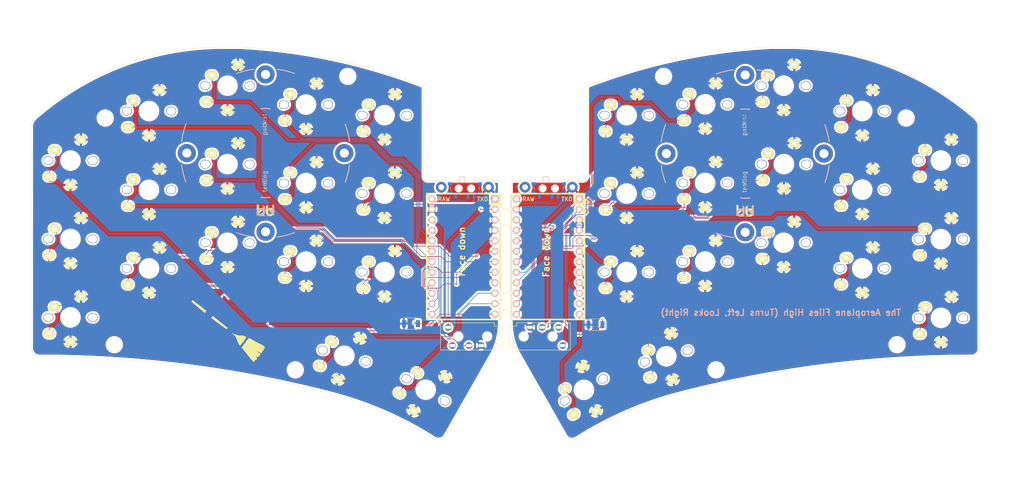
<source format=kicad_pcb>
(kicad_pcb (version 20211014) (generator pcbnew)
  (layers (0 "F.Cu" signal) (31 "B.Cu" signal) (34 "B.Paste" user) (35 "F.Paste" user) (36 "B.SilkS" user "B.Silkscreen") (37 "F.SilkS" user "F.Silkscreen") (38 "B.Mask" user) (39 "F.Mask" user) (44 "Edge.Cuts" user))
  (net 0 "")
  (net 1 "BT+")
  (net 2 "gnd")
  (net 3 "vcc")
  (net 4 "Switch18")
  (net 5 "reset")
  (net 6 "Switch1")
  (net 7 "Switch2")
  (net 8 "Switch3")
  (net 9 "Switch4")
  (net 10 "Switch5")
  (net 11 "Switch6")
  (net 12 "Switch7")
  (net 13 "Switch8")
  (net 14 "Switch9")
  (net 15 "Switch10")
  (net 16 "Switch11")
  (net 17 "Switch12")
  (net 18 "Switch13")
  (net 19 "Switch14")
  (net 20 "Switch15")
  (net 21 "Switch16")
  (net 22 "Switch17")
  (net 23 "raw")
  (net 24 "BT+_r")
  (net 25 "Switch18_r")
  (net 26 "reset_r")
  (net 27 "Switch9_r")
  (net 28 "Switch10_r")
  (net 29 "Switch11_r")
  (net 30 "Switch12_r")
  (net 31 "Switch13_r")
  (net 32 "Switch14_r")
  (net 33 "Switch15_r")
  (net 34 "Switch16_r")
  (net 35 "Switch17_r")
  (net 36 "Switch1_r")
  (net 37 "Switch2_r")
  (net 38 "Switch3_r")
  (net 39 "Switch4_r")
  (net 40 "Switch5_r")
  (net 41 "Switch6_r")
  (net 42 "Switch7_r")
  (net 43 "Switch8_r")
  (footprint "Connector_Pin:Pin_D1.4mm_L8.5mm_W2.8mm_FlatFork" (layer "F.Cu") (at 146.1602 83.45)
    (fp_text reference "BatGND1")
    (fp_text value "MountingHole_Pad")
  )
  (footprint "Connector_Pin:Pin_D1.4mm_L8.5mm_W2.8mm_FlatFork" (layer "F.Cu") (at 134.7302 83.45)
    (fp_text reference "Bat+1")
    (fp_text value "MountingHole_Pad")
  )
  (footprint "kbd:CherryMX_Choc_1u" (layer "F.Cu") (at 45 77)
    (fp_text reference "SW2" hide)
    (fp_text value "SW_Push" hide)
  )
  (footprint "kbd:CherryMX_Choc_1u" (layer "F.Cu") (at 64 65)
    (fp_text reference "SW3" hide)
    (fp_text value "SW_Push" hide)
  )
  (footprint "kbd:CherryMX_Choc_1u" (layer "F.Cu") (at 83 58.86)
    (fp_text reference "SW4" hide)
    (fp_text value "SW_Push" hide)
  )
  (footprint "kbd:CherryMX_Choc_1u" (layer "F.Cu") (at 101.994 63.432)
    (fp_text reference "SW5" hide)
    (fp_text value "SW_Push" hide)
  )
  (footprint "kbd:CherryMX_Choc_1u" (layer "F.Cu") (at 121 66)
    (fp_text reference "SW6" hide)
    (fp_text value "SW_Push" hide)
  )
  (footprint "kbd:CherryMX_Choc_1u" (layer "F.Cu") (at 45 96)
    (fp_text reference "SW8" hide)
    (fp_text value "SW_Push" hide)
  )
  (footprint "kbd:CherryMX_Choc_1u" (layer "F.Cu") (at 64 84.074)
    (fp_text reference "SW9" hide)
    (fp_text value "SW_Push" hide)
  )
  (footprint "kbd:CherryMX_Choc_1u" (layer "F.Cu") (at 83 77.878)
    (fp_text reference "SW10" hide)
    (fp_text value "SW_Push" hide)
  )
  (footprint "kbd:CherryMX_Choc_1u" (layer "F.Cu") (at 102 82.45)
    (fp_text reference "SW11" hide)
    (fp_text value "SW_Push" hide)
  )
  (footprint "kbd:CherryMX_Choc_1u" (layer "F.Cu") (at 120.98 84.99)
    (fp_text reference "SW12" hide)
    (fp_text value "SW_Push" hide)
  )
  (footprint "kbd:CherryMX_Choc_1u" (layer "F.Cu") (at 45 115)
    (fp_text reference "SW14" hide)
    (fp_text value "SW_Push" hide)
  )
  (footprint "kbd:CherryMX_Choc_1u" (layer "F.Cu") (at 64.008 103.124)
    (fp_text reference "SW15" hide)
    (fp_text value "SW_Push" hide)
  )
  (footprint "kbd:CherryMX_Choc_1u" (layer "F.Cu") (at 83 96.896)
    (fp_text reference "SW16" hide)
    (fp_text value "SW_Push" hide)
  )
  (footprint "kbd:CherryMX_Choc_1u" (layer "F.Cu") (at 102 101.468)
    (fp_text reference "SW17" hide)
    (fp_text value "SW_Push" hide)
  )
  (footprint "kbd:CherryMX_Choc_1u" (layer "F.Cu") (at 130.95 132.504 -30)
    (fp_text reference "SW20" hide)
    (fp_text value "SW_Push" hide)
  )
  (footprint "kbd:CherryMX_Choc_1u" (layer "F.Cu") (at 111.272 124.288 -15)
    (fp_text reference "SW21" hide)
    (fp_text value "SW_Push" hide)
  )
  (footprint "kbd:Tenting_Puck2" (layer "F.Cu") (at 92.202 75.184)
    (fp_text reference "PUCK2")
    (fp_text value "Tenting Puck")
  )
  (footprint "Button_Switch_SMD:SW_SPST_B3U-1000P" (layer "F.Cu") (at 127.394 116.502)
    (fp_text reference "RSW1")
    (fp_text value "SW_Push")
  )
  (footprint "kbd:CherryMX_Choc_1u" (layer "F.Cu") (at 120.98 104.008)
    (fp_text reference "SW18" hide)
    (fp_text value "SW_Push" hide)
  )
  (footprint "Connector_Pin:Pin_D1.4mm_L8.5mm_W2.8mm_FlatFork" (layer "F.Cu") (at 166.43 83.45)
    (fp_text reference "BatGND4")
    (fp_text value "MountingHole_Pad")
  )
  (footprint "Button_Switch_SMD:SW_SPST_B3U-1000P" (layer "F.Cu") (at 172.0478 116.756)
    (fp_text reference "RSW2")
    (fp_text value "SW_Push")
  )
  (footprint "Connector_Pin:Pin_D1.4mm_L8.5mm_W2.8mm_FlatFork" (layer "F.Cu") (at 155 83.45)
    (fp_text reference "Bat+r1")
    (fp_text value "MountingHole_Pad")
  )
  (footprint "kbd:Tenting_Puck2" (layer "F.Cu") (at 208.2698 75.311)
    (fp_text reference "PUCK1")
    (fp_text value "Tenting Puck")
  )
  (footprint "env_extra:PJ-320A" (layer "F.Cu") (at 149.55 121.8 180)
    (fp_text reference "J1")
    (fp_text value "AudioJack4dpb")
  )
  (footprint "kbd:CherryMX_Choc_1u" (layer "F.Cu") (at 198.5858 82.418)
    (fp_text reference "SW11_r1" hide)
    (fp_text value "SW_Push" hide)
  )
  (footprint "kbd:CherryMX_Choc_1u" (layer "F.Cu") (at 236.6 103.1)
    (fp_text reference "SW15_r1" hide)
    (fp_text value "SW_Push" hide)
  )
  (footprint "kbd:CherryMX_Choc_1u" (layer "F.Cu") (at 217.5878 96.896)
    (fp_text reference "SW16_r1" hide)
    (fp_text value "SW_Push" hide)
  )
  (footprint "kbd:CherryMX_Choc_1u" (layer "F.Cu") (at 198.5858 63.368)
    (fp_text reference "SW5_r1" hide)
    (fp_text value "SW_Push" hide)
  )
  (footprint "kbd:CherryMX_Choc_1u" (layer "F.Cu") (at 236.6138 65)
    (fp_text reference "SW3_r1" hide)
    (fp_text value "SW_Push" hide)
  )
  (footprint "kbd:CherryMX_Choc_1u" (layer "F.Cu") (at 217.5878 58.86)
    (fp_text reference "SW4_r1" hide)
    (fp_text value "SW_Push" hide)
  )
  (footprint "kbd:CherryMX_Choc_1u" (layer "F.Cu") (at 255.6256 96.0374)
    (fp_text reference "SW8_r1" hide)
    (fp_text value "SW_Push" hide)
  )
  (footprint "kbd:CherryMX_Choc_1u" (layer "F.Cu") (at 236.6 84.05)
    (fp_text reference "SW9_r1" hide)
    (fp_text value "SW_Push" hide)
  )
  (footprint "kbd:CherryMX_Choc_1u" (layer "F.Cu") (at 179.5858 104.008)
    (fp_text reference "SW18_r1" hide)
    (fp_text value "SW_Push" hide)
  )
  (footprint "kbd:CherryMX_Choc_1u" (layer "F.Cu") (at 179.5858 84.99)
    (fp_text reference "SW12_r1" hide)
    (fp_text value "SW_Push" hide)
  )
  (footprint "kbd:CherryMX_Choc_1u" (layer "F.Cu") (at 255.6318 77)
    (fp_text reference "SW2_r1" hide)
    (fp_text value "SW_Push" hide)
  )
  (footprint "kbd:CherryMX_Choc_1u" (layer "F.Cu") (at 179.5858 66)
    (fp_text reference "SW6_r1" hide)
    (fp_text value "SW_Push" hide)
  )
  (footprint "kbd:CherryMX_Choc_1u" (layer "F.Cu") (at 198.5858 101.468)
    (fp_text reference "SW17_r1" hide)
    (fp_text value "SW_Push" hide)
  )
  (footprint "Duckyb-Parts:mouse-bite-5mm-slot-with-space-for-track" (layer "F.Cu") (at 150.241 90.678)
    (fp_text reference "mouse-bite-5mm-slot1" hide)
    (fp_text value "VAL**" hide)
  )
  (footprint "Duckyb-Parts:mouse-bite-5mm-slot-with-space-for-track" (layer "F.Cu") (at 150.241 111.1885)
    (fp_text reference "mouse-bite-5mm-slot2" hide)
    (fp_text value "VAL**" hide)
  )
  (footprint "env_extra:PJ-320A" (layer "F.Cu") (at 150.975 117.4)
    (fp_text reference "J2")
    (fp_text value "AudioJack4dpb")
  )
  (footprint "kbd:CherryMX_Choc_1u" (layer "F.Cu") (at 169.251 132.542 30)
    (fp_text reference "SW20_r1" hide)
    (fp_text value "SW_Push" hide)
  )
  (footprint "MountingHole:MountingHole_3.2mm_M3" (layer "F.Cu") (at 99.4 127.7)
    (fp_text reference "H4")
    (fp_text value "MountingHole")
  )
  (footprint "MountingHole:MountingHole_3.2mm_M3" (layer "F.Cu") (at 55.6 121.6)
    (fp_text reference "H1")
    (fp_text value "MountingHole")
  )
  (footprint "kbd:CherryMX_Choc_1u" (layer "F.Cu") (at 217.65 77.85)
    (fp_text reference "SW10_r1" hide)
    (fp_text value "SW_Push" hide)
  )
  (footprint "MountingHole:MountingHole_3.2mm_M3" (layer "F.Cu") (at 112.1 56.6)
    (fp_text reference "H2")
    (fp_text value "MountingHole")
  )
  (footprint "kbd:CherryMX_Choc_1u" (layer "F.Cu") (at 189.1798 124.41 15)
    (fp_text reference "SW21_r1" hide)
    (fp_text value "SW_Push" hide)
  )
  (footprint "Kailh:ferris_broom" (layer "F.Cu") (at 82.042 118.11 7)
    (fp_text reference "G***" hide)
    (fp_text value "LOGO" hide)
  )
  (footprint "kbd:CherryMX_Choc_1u" (layer "F.Cu") (at 255.65 115.1)
    (fp_text reference "SW14_r1" hide)
    (fp_text value "SW_Push" hide)
  )
  (footprint "MountingHole:MountingHole_3.2mm_M3" (layer "F.Cu") (at 53.4 66.7)
    (fp_text reference "H3")
    (fp_text value "MountingHole")
  )
  (footprint "Button_Switch_SMD:SW_SPDT_PCM12" (layer "B.Cu") (at 160.75 84.075)
    (fp_text reference "SW_POWERR1")
    (fp_text value "SW_SPDT")
  )
  (footprint "Button_Switch_SMD:SW_SPST_B3U-1000P" (layer "B.Cu") (at 127.394 116.502)
    (fp_text reference "RSW11")
    (fp_text value "SW_Push")
  )
  (footprint "Keebio-Parts:ArduinoProMicro-BackSide" (layer "B.Cu") (at 140.094 100.246 -90)
    (fp_text reference "U1" hide)
    (fp_text value "ProMicro-kbd" hide)
  )
  (footprint "Button_Switch_SMD:SW_SPDT_PCM12" (layer "B.Cu") (at 140.45 84.075)
    (fp_text reference "SW_POWER1")
    (fp_text value "SW_SPDT")
  )
  (footprint "Button_Switch_SMD:SW_SPST_B3U-1000P" (layer "B.Cu") (at 172.0478 116.756)
    (fp_text reference "RSW22")
    (fp_text value "SW_Push")
  )
  (footprint "Keebio-Parts:ArduinoProMicro-BackSide" (layer "B.Cu") (at 160.5178 100.246 -90)
    (fp_text reference "U2" hide)
    (fp_text value "ProMicro-kbd" hide)
  )
  (footprint "MountingHole:MountingHole_3.2mm_M3" (layer "B.Cu") (at 201.225 127.7 180)
    (fp_text reference "H7")
    (fp_text value "MountingHole")
  )
  (footprint "MountingHole:MountingHole_3.2mm_M3" (layer "B.Cu") (at 188.525 56.6 180)
    (fp_text reference "H5")
    (fp_text value "MountingHole")
  )
  (footprint "MountingHole:MountingHole_3.2mm_M3" (layer "B.Cu") (at 245.025 121.6 180)
    (fp_text reference "H8")
    (fp_text value "MountingHole")
  )
  (footprint "MountingHole:MountingHole_3.2mm_M3" (layer "B.Cu") (at 247.225 66.7 180)
    (fp_text reference "H6")
    (fp_text value "MountingHole")
  )
  (gr_arc (start 148.162 81.866) (mid 148.69233 82.08567) (end 148.912 82.616) (layer "Edge.Cuts") (width 0.05))
  (gr_line (start 148.912 93.218) (end 148.912 101.262) (layer "Edge.Cuts") (width 0.05))
  (gr_line (start 131.458 81.868917) (end 148.162 81.866) (layer "Edge.Cuts") (width 0.05))
  (gr_line (start 147.161679 123.613657) (end 135.71 143.699265) (layer "Edge.Cuts") (width 0.05))
  (gr_arc (start 148.924 116.248) (mid 148.462831 120.031316) (end 147.161679 123.613657) (layer "Edge.Cuts") (width 0.05))
  (gr_line (start 148.912 82.616) (end 148.924 88.11) (layer "Edge.Cuts") (width 0.05))
  (gr_line (start 149.2885 88.11) (end 148.924 88.11) (layer "Edge.Cuts") (width 0.05))
  (gr_line (start 149.2885 93.218) (end 148.912 93.218) (layer "Edge.Cuts") (width 0.05))
  (gr_line (start 149.2885 108.628) (end 148.924 108.628) (layer "Edge.Cuts") (width 0.05))
  (gr_line (start 149.2885 113.7285) (end 148.912 113.7285) (layer "Edge.Cuts") (width 0.05))
  (gr_line (start 148.912 101.262) (end 148.924 108.628) (layer "Edge.Cuts") (width 0.05))
  (gr_line (start 148.912 113.7285) (end 148.924 116.248) (layer "Edge.Cuts") (width 0.05))
  (gr_arc (start 131.458 81.868917) (mid 130.750893 81.576024) (end 130.458 80.868917) (layer "Edge.Cuts") (width 0.05))
  (gr_line (start 130.458 80.868917) (end 130.463 59.473) (layer "Edge.Cuts") (width 0.05))
  (gr_arc (start 35.465859 68.23732) (mid 36.022742 67.119147) (end 36.893 66.223) (layer "Edge.Cuts") (width 0.05))
  (gr_arc (start 85.843227 49.463504) (mid 108.303644 52.385453) (end 130.028245 58.79247) (layer "Edge.Cuts") (width 0.05))
  (gr_line (start 37.768 124.474571) (end 37.493002 124.473917) (layer "Edge.Cuts") (width 0.05))
  (gr_arc (start 107.797707 133.384137) (mid 120.821222 137.841207) (end 132.978 144.298) (layer "Edge.Cuts") (width 0.05))
  (gr_arc (start 37.768 124.474571) (mid 73.062876 126.72836) (end 107.797707 133.384137) (layer "Edge.Cuts") (width 0.05))
  (gr_arc (start 37.493002 124.473917) (mid 36.080534 123.924716) (end 35.458001 122.542999) (layer "Edge.Cuts") (width 0.05))
  (gr_arc (start 135.71 143.699265) (mid 134.468995 144.56898) (end 132.978 144.298) (layer "Edge.Cuts") (width 0.05))
  (gr_arc (start 130.028245 58.79247) (mid 130.345034 59.069226) (end 130.463 59.473) (layer "Edge.Cuts") (width 0.05))
  (gr_line (start 35.465859 68.23732) (end 35.458001 122.542999) (layer "Edge.Cuts") (width 0.05))
  (gr_line (start 85.843227 49.463504) (end 81.868 49.468) (layer "Edge.Cuts") (width 0.05))
  (gr_arc (start 36.893 66.223) (mid 57.870705 53.792798) (end 81.868 49.468) (layer "Edge.Cuts") (width 0.05))
  (gr_line (start 168.99984 81.868917) (end 152.29584 81.866) (layer "Edge.Cuts") (width 0.05))
  (gr_line (start 151.54584 113.7285) (end 151.53384 116.248) (layer "Edge.Cuts") (width 0.05))
  (gr_line (start 153.280536 123.57215) (end 164.74784 143.699265) (layer "Edge.Cuts") (width 0.05))
  (gr_line (start 264.991981 68.23732) (end 264.999839 122.542999) (layer "Edge.Cuts") (width 0.05))
  (gr_line (start 214.614716 49.465561) (end 218.58984 49.468) (layer "Edge.Cuts") (width 0.05))
  (gr_line (start 151.54584 101.262) (end 151.53384 108.628) (layer "Edge.Cuts") (width 0.05))
  (gr_arc (start 151.54584 82.616) (mid 151.76551 82.08567) (end 152.29584 81.866) (layer "Edge.Cuts") (width 0.05))
  (gr_line (start 151.54584 93.218) (end 151.54584 101.262) (layer "Edge.Cuts") (width 0.05))
  (gr_arc (start 167.47984 144.298) (mid 179.636498 137.840747) (end 192.659669 133.38233) (layer "Edge.Cuts") (width 0.05))
  (gr_arc (start 218.58984 49.468) (mid 242.587135 53.792799) (end 263.56484 66.223) (layer "Edge.Cuts") (width 0.05))
  (gr_arc (start 192.659669 133.38233) (mid 227.394847 126.727903) (end 262.68984 124.474571) (layer "Edge.Cuts") (width 0.05))
  (gr_arc (start 167.47984 144.298) (mid 165.988845 144.56898) (end 164.74784 143.699265) (layer "Edge.Cuts") (width 0.05))
  (gr_arc (start 153.280536 123.57215) (mid 151.990927 120.009347) (end 151.53384 116.248) (layer "Edge.Cuts") (width 0.05))
  (gr_line (start 151.54584 82.616) (end 151.53384 88.11) (layer "Edge.Cuts") (width 0.05))
  (gr_arc (start 169.99984 80.868917) (mid 169.706947 81.576024) (end 168.99984 81.868917) (layer "Edge.Cuts") (width 0.05))
  (gr_line (start 169.99984 80.868917) (end 169.99484 59.473) (layer "Edge.Cuts") (width 0.05))
  (gr_arc (start 263.56484 66.223) (mid 264.435098 67.119147) (end 264.991981 68.23732) (layer "Edge.Cuts") (width 0.05))
  (gr_arc (start 170.429595 58.79247) (mid 192.154223 52.385977) (end 214.614716 49.465561) (layer "Edge.Cuts") (width 0.05))
  (gr_line (start 262.68984 124.474571) (end 262.964838 124.473917) (layer "Edge.Cuts") (width 0.05))
  (gr_arc (start 264.999839 122.542999) (mid 264.377307 123.924717) (end 262.964838 124.473917) (layer "Edge.Cuts") (width 0.05))
  (gr_arc (start 169.99484 59.473) (mid 170.112806 59.069226) (end 170.429595 58.79247) (layer "Edge.Cuts") (width 0.05))
  (gr_line (start 151.53384 88.11) (end 151.1935 88.11) (layer "Edge.Cuts") (width 0.05))
  (gr_line (start 151.54584 93.218) (end 151.1935 93.218) (layer "Edge.Cuts") (width 0.05))
  (gr_arc (start 149.288501 113.7285) (mid 150.241 113.083627) (end 151.193499 113.728501) (layer "Edge.Cuts") (width 0.05))
  (gr_line (start 151.53384 108.628) (end 151.1935 108.628) (layer "Edge.Cuts") (width 0.05))
  (gr_arc (start 149.288501 93.218) (mid 150.241 92.573127) (end 151.193499 93.218001) (layer "Edge.Cuts") (width 0.05))
  (gr_line (start 151.54584 113.7285) (end 151.1935 113.7285) (layer "Edge.Cuts") (width 0.05))
  (gr_arc (start 151.193499 108.628) (mid 150.241 109.285937) (end 149.288501 108.627999) (layer "Edge.Cuts") (width 0.05))
  (gr_arc (start 151.193499 88.11) (mid 150.241 88.772807) (end 149.288501 88.109999) (layer "Edge.Cuts") (width 0.05))
  (gr_text "The Aeroplane Flies High (Turns Left, Looks Right)" (at 216.91 113.8) (layer "B.SilkS") (effects (font (size 1.5 1.5) (thickness 0.3)) (justify mirror)))
  (gr_text "Face down" (at 160.10984 99.23 90) (layer "F.SilkS") (effects (font (size 1.5 1.5) (thickness 0.3))))
  (gr_text "Face down" (at 139.7 99.06 90) (layer "F.SilkS") (effects (font (size 1.5 1.5) (thickness 0.3))))
  (segment (start 141.2 85.505) (end 141.2 86.0525) (width 0.15) (layer "B.Cu") (net 1))
  (segment (start 141.2 86.0525) (end 140.5525 86.7) (width 0.15) (layer "B.Cu") (net 1))
  (segment (start 134.7302 85.288477) (end 134.7302 83.45) (width 0.15) (layer "B.Cu") (net 1))
  (segment (start 136.141723 86.7) (end 134.7302 85.288477) (width 0.15) (layer "B.Cu") (net 1))
  (segment (start 140.5525 86.7) (end 136.141723 86.7) (width 0.15) (layer "B.Cu") (net 1))
  (via (at 164.15 91.375) (size 0.4) (drill 0.2) (layers "F.Cu" "B.Cu") (net 2))
  (via (at 166.325 93.6) (size 0.4) (drill 0.2) (layers "F.Cu" "B.Cu") (net 2))
  (via (at 169.45 93.075) (size 0.4) (drill 0.2) (layers "F.Cu" "B.Cu") (net 2))
  (via (at 170.3478 115.55) (size 0.4) (drill 0.2) (layers "F.Cu" "B.Cu") (net 2))
  (via (at 126.5001 115.9294) (size 0.4) (drill 0.2) (layers "F.Cu" "B.Cu") (net 2))
  (via (at 169.575 90.925) (size 0.4) (drill 0.2) (layers "F.Cu" "B.Cu") (net 2))
  (segment (start 126.3691 116.0604) (end 126.3691 116.502) (width 0.15) (layer "B.Cu") (net 2))
  (segment (start 126.5001 115.9294) (end 126.3691 116.0604) (width 0.15) (layer "B.Cu") (net 2))
  (segment (start 170.3478 115.55) (end 170.3478 116.756) (width 0.15) (layer "B.Cu") (net 2))
  (segment (start 125.694 116.502) (end 126.3691 116.502) (width 0.15) (layer "B.Cu") (net 2))
  (segment (start 136.4 120.2) (end 137.725 120.2) (width 0.15) (layer "F.Cu") (net 3))
  (segment (start 137.725 120.2) (end 139.325 121.8) (width 0.15) (layer "F.Cu") (net 3))
  (segment (start 153.3938 93.4) (end 152.8978 93.896) (width 0.15) (layer "F.Cu") (net 3))
  (segment (start 134.05 115.575) (end 134.525 116.05) (width 0.15) (layer "F.Cu") (net 3))
  (segment (start 139.325 121.8) (end 141.4 121.8) (width 0.15) (layer "F.Cu") (net 3))
  (segment (start 134.525 116.05) (end 134.525 118.325) (width 0.15) (layer "F.Cu") (net 3))
  (segment (start 161.275 93.4) (end 153.3938 93.4) (width 0.15) (layer "F.Cu") (net 3))
  (segment (start 134.525 118.325) (end 136.4 120.2) (width 0.15) (layer "F.Cu") (net 3))
  (via (at 161.275 93.4) (size 0.4) (drill 0.2) (layers "F.Cu" "B.Cu") (net 3))
  (via (at 134.05 115.575) (size 0.4) (drill 0.2) (layers "F.Cu" "B.Cu") (net 3))
  (segment (start 160.2897 94.562078) (end 161.275 93.576778) (width 0.15) (layer "B.Cu") (net 3))
  (segment (start 134.05 115.575) (end 134.4 115.225) (width 0.15) (layer "B.Cu") (net 3))
  (segment (start 134.1 103.075736) (end 134.4 103.375736) (width 0.15) (layer "B.Cu") (net 3))
  (segment (start 134.4 115.225) (end 134.4 103.375736) (width 0.15) (layer "B.Cu") (net 3))
  (segment (start 134.1 95.522) (end 134.1 103.075736) (width 0.15) (layer "B.Cu") (net 3))
  (segment (start 132.474 93.896) (end 134.1 95.522) (width 0.15) (layer "B.Cu") (net 3))
  (segment (start 161.275 93.576778) (end 161.275 93.4) (width 0.15) (layer "B.Cu") (net 3))
  (segment (start 159.125 117.4) (end 160.2897 116.2353) (width 0.15) (layer "B.Cu") (net 3))
  (segment (start 160.2897 116.2353) (end 160.2897 94.562078) (width 0.15) (layer "B.Cu") (net 3))
  (segment (start 147.714 88.816) (end 144.3106 88.816) (width 0.15) (layer "F.Cu") (net 4))
  (via (at 144.3106 88.816) (size 0.4) (drill 0.2) (layers "F.Cu" "B.Cu") (net 4))
  (segment (start 136.4 96.7266) (end 144.3106 88.816) (width 0.15) (layer "B.Cu") (net 4))
  (segment (start 136.4 117.4) (end 136.4 96.7266) (width 0.15) (layer "B.Cu") (net 4))
  (segment (start 129.094 116.502) (end 128.4189 116.502) (width 0.15) (layer "F.Cu") (net 5))
  (segment (start 128.4189 116.3792) (end 128.4189 116.502) (width 0.15) (layer "F.Cu") (net 5))
  (segment (start 128.2908 116.2511) (end 128.4189 116.3792) (width 0.15) (layer "F.Cu") (net 5))
  (via (at 128.2908 116.2511) (size 0.4) (drill 0.2) (layers "F.Cu" "B.Cu") (net 5))
  (segment (start 134.7 115.725) (end 134.7 93.582) (width 0.15) (layer "B.Cu") (net 5))
  (segment (start 128.4189 116.502) (end 128.4189 116.3792) (width 0.15) (layer "B.Cu") (net 5))
  (segment (start 128.7565 116.502) (end 129.094 116.502) (width 0.15) (layer "B.Cu") (net 5))
  (segment (start 134.7 93.582) (end 132.474 91.356) (width 0.15) (layer "B.Cu") (net 5))
  (segment (start 129.094 116.502) (end 133.923 116.502) (width 0.15) (layer "B.Cu") (net 5))
  (segment (start 128.7565 116.502) (end 128.4189 116.502) (width 0.15) (layer "B.Cu") (net 5))
  (segment (start 128.4189 116.3792) (end 128.2908 116.2511) (width 0.15) (layer "B.Cu") (net 5))
  (segment (start 133.923 116.502) (end 134.7 115.725) (width 0.15) (layer "B.Cu") (net 5))
  (segment (start 89 116.8) (end 66.9615 94.7615) (width 0.15) (layer "B.Cu") (net 6))
  (segment (start 41.19 74.46) (end 41.6 74.87) (width 0.15) (layer "B.Cu") (net 6))
  (segment (start 136.6 119.6) (end 119.4 119.6) (width 0.15) (layer "B.Cu") (net 6))
  (segment (start 138.8 114) (end 138.8 117.4) (width 0.15) (layer "B.Cu") (net 6))
  (segment (start 41.7251 82.1251) (end 39.9 82.1251) (width 0.15) (layer "B.Cu") (net 6))
  (segment (start 39.9 79.6749) (end 39.9 80.9) (width 0.15) (layer "B.Cu") (net 6))
  (segment (start 41.6 77.9749) (end 39.9 79.6749) (width 0.15) (layer "B.Cu") (net 6))
  (segment (start 41.6 74.87) (end 41.6 77.9749) (width 0.15) (layer "B.Cu") (net 6))
  (segment (start 116.6 116.8) (end 89 116.8) (width 0.15) (layer "B.Cu") (net 6))
  (segment (start 143.664 109.136) (end 138.8 114) (width 0.15) (layer "B.Cu") (net 6))
  (segment (start 66.9615 94.7615) (end 54.3615 94.7615) (width 0.15) (layer "B.Cu") (net 6))
  (segment (start 54.3615 94.7615) (end 41.7251 82.1251) (width 0.15) (layer "B.Cu") (net 6))
  (segment (start 39.9 82.1251) (end 39.9 80.9) (width 0.15) (layer "B.Cu") (net 6))
  (segment (start 138.8 117.4) (end 136.6 119.6) (width 0.15) (layer "B.Cu") (net 6))
  (segment (start 119.4 119.6) (end 116.6 116.8) (width 0.15) (layer "B.Cu") (net 6))
  (segment (start 147.714 109.136) (end 143.664 109.136) (width 0.15) (layer "B.Cu") (net 6))
  (segment (start 60.19 68.9) (end 60.8 68.29) (width 0.15) (layer "B.Cu") (net 7))
  (segment (start 90.6 71) (end 88.5 68.9) (width 0.15) (layer "B.Cu") (net 7))
  (segment (start 105.6 92.6) (end 100 92.6) (width 0.15) (layer "B.Cu") (net 7))
  (segment (start 60.8 64.2951) (end 60.19 63.6851) (width 0.15) (layer "B.Cu") (net 7))
  (segment (start 60.19 63.6851) (end 60.19 62.46) (width 0.15) (layer "B.Cu") (net 7))
  (segment (start 125 96) (end 109 96) (width 0.15) (layer "B.Cu") (net 7))
  (segment (start 88.5 68.9) (end 60.19 68.9) (width 0.15) (layer "B.Cu") (net 7))
  (segment (start 109 96) (end 105.6 92.6) (width 0.15) (layer "B.Cu") (net 7))
  (segment (start 90.6 83.2) (end 90.6 71) (width 0.15) (layer "B.Cu") (net 7))
  (segment (start 100 92.6) (end 90.6 83.2) (width 0.15) (layer "B.Cu") (net 7))
  (segment (start 128.4 99.4) (end 125 96) (width 0.15) (layer "B.Cu") (net 7))
  (segment (start 60.8 68.29) (end 60.8 64.2951) (width 0.15) (layer "B.Cu") (net 7))
  (segment (start 132.474 104.056) (end 128.4 99.982) (width 0.15) (layer "B.Cu") (net 7))
  (segment (start 60.19 68.9) (end 58.9 68.9) (width 0.15) (layer "B.Cu") (net 7))
  (segment (start 128.4 99.982) (end 128.4 99.4) (width 0.15) (layer "B.Cu") (net 7))
  (segment (start 129 80.848528) (end 129 98.042) (width 0.15) (layer "B.Cu") (net 8))
  (segment (start 125.351472 77.2) (end 129 80.848528) (width 0.15) (layer "B.Cu") (net 8))
  (segment (start 97.7 72.1) (end 117.251472 72.1) (width 0.15) (layer "B.Cu") (net 8))
  (segment (start 79.19 57.5451) (end 79.19 56.32) (width 0.15) (layer "B.Cu") (net 8))
  (segment (start 88.36 62.76) (end 97.7 72.1) (width 0.15) (layer "B.Cu") (net 8))
  (segment (start 77.9 62.76) (end 78.64 62.76) (width 0.15) (layer "B.Cu") (net 8))
  (segment (start 79.8 58.1551) (end 79.19 57.5451) (width 0.15) (layer "B.Cu") (net 8))
  (segment (start 77.9 62.76) (end 88.36 62.76) (width 0.15) (layer "B.Cu") (net 8))
  (segment (start 117.251472 72.1) (end 122.351472 77.2) (width 0.15) (layer "B.Cu") (net 8))
  (segment (start 129 98.042) (end 132.474 101.516) (width 0.15) (layer "B.Cu") (net 8))
  (segment (start 122.351472 77.2) (end 125.351472 77.2) (width 0.15) (layer "B.Cu") (net 8))
  (segment (start 78.64 62.76) (end 79.8 61.6) (width 0.15) (layer "B.Cu") (net 8))
  (segment (start 79.8 61.6) (end 79.8 58.1551) (width 0.15) (layer "B.Cu") (net 8))
  (segment (start 125.475736 76.9) (end 129.3 80.724264) (width 0.15) (layer "B.Cu") (net 9))
  (segment (start 98.6 64.4009) (end 98.6 61.308) (width 0.15) (layer "B.Cu") (net 9))
  (segment (start 98.6 61.308) (end 98.184 60.892) (width 0.15) (layer "B.Cu") (net 9))
  (segment (start 96.894 67.332) (end 96.894 67.7148) (width 0.15) (layer "B.Cu") (net 9))
  (segment (start 96.894 66.1069) (end 98.6 64.4009) (width 0.15) (layer "B.Cu") (net 9))
  (segment (start 96.894 67.332) (end 96.894 66.1069) (width 0.15) (layer "B.Cu") (net 9))
  (segment (start 122.475736 76.9) (end 125.475736 76.9) (width 0.15) (layer "B.Cu") (net 9))
  (segment (start 100.9792 71.8) (end 117.375736 71.8) (width 0.15) (layer "B.Cu") (net 9))
  (segment (start 96.894 67.7148) (end 100.9792 71.8) (width 0.15) (layer "B.Cu") (net 9))
  (segment (start 129.3 80.724264) (end 129.3 95.802) (width 0.15) (layer "B.Cu") (net 9))
  (segment (start 129.3 95.802) (end 132.474 98.976) (width 0.15) (layer "B.Cu") (net 9))
  (segment (start 117.375736 71.8) (end 122.475736 76.9) (width 0.15) (layer "B.Cu") (net 9))
  (segment (start 115.9 69.9) (end 115.9 68.6749) (width 0.15) (layer "B.Cu") (net 10))
  (segment (start 117.6 66.9749) (end 117.6 63.87) (width 0.15) (layer "B.Cu") (net 10))
  (segment (start 117.6 63.87) (end 117.19 63.46) (width 0.15) (layer "B.Cu") (net 10))
  (segment (start 115.9 68.6749) (end 117.6 66.9749) (width 0.15) (layer "B.Cu") (net 10))
  (segment (start 129.6 80.6) (end 125.6 76.6) (width 0.15) (layer "B.Cu") (net 10))
  (segment (start 122.6 76.6) (end 115.9 69.9) (width 0.15) (layer "B.Cu") (net 10))
  (segment (start 125.6 76.6) (end 122.6 76.6) (width 0.15) (layer "B.Cu") (net 10))
  (segment (start 132.474 96.436) (end 129.6 93.562) (width 0.15) (layer "B.Cu") (net 10))
  (segment (start 129.6 93.562) (end 129.6 80.6) (width 0.15) (layer "B.Cu") (net 10))
  (segment (start 39.75 100.05) (end 39.9 99.9) (width 0.15) (layer "F.Cu") (net 11))
  (segment (start 129.02 110.05) (end 128.15 110.05) (width 0.15) (layer "F.Cu") (net 11))
  (segment (start 50.45 110.7) (end 50.45 109.1) (width 0.15) (layer "F.Cu") (net 11))
  (segment (start 125.55 112.65) (end 98.524264 112.65) (width 0.15) (layer "F.Cu") (net 11))
  (segment (start 51.55 111.8) (end 50.45 110.7) (width 0.15) (layer "F.Cu") (net 11))
  (segment (start 75.075736 107.2) (end 70.475736 111.8) (width 0.15) (layer "F.Cu") (net 11))
  (segment (start 50.45 109.1) (end 46.95 105.6) (width 0.15) (layer "F.Cu") (net 11))
  (segment (start 93.074264 107.2) (end 75.075736 107.2) (width 0.15) (layer "F.Cu") (net 11))
  (segment (start 39.75 102.05) (end 39.75 100.05) (width 0.15) (layer "F.Cu") (net 11))
  (segment (start 132.474 106.596) (end 129.02 110.05) (width 0.15) (layer "F.Cu") (net 11))
  (segment (start 46.95 105.6) (end 43.3 105.6) (width 0.15) (layer "F.Cu") (net 11))
  (segment (start 128.15 110.05) (end 125.55 112.65) (width 0.15) (layer "F.Cu") (net 11))
  (segment (start 43.3 105.6) (end 39.75 102.05) (width 0.15) (layer "F.Cu") (net 11))
  (segment (start 70.475736 111.8) (end 51.55 111.8) (width 0.15) (layer "F.Cu") (net 11))
  (segment (start 98.524264 112.65) (end 93.074264 107.2) (width 0.15) (layer "F.Cu") (net 11))
  (segment (start 41.19 93.46) (end 41.6 93.87) (width 0.15) (layer "B.Cu") (net 11))
  (segment (start 39.9 98.6749) (end 39.9 99.9) (width 0.15) (layer "B.Cu") (net 11))
  (segment (start 41.6 96.9749) (end 39.9 98.6749) (width 0.15) (layer "B.Cu") (net 11))
  (segment (start 41.6 93.87) (end 41.6 96.9749) (width 0.15) (layer "B.Cu") (net 11))
  (segment (start 99.751472 93.2) (end 94.525472 87.974) (width 0.15) (layer "B.Cu") (net 12))
  (segment (start 130.5 107.162) (end 130.5 102.930528) (width 0.15) (layer "B.Cu") (net 12))
  (segment (start 124.751472 96.6) (end 108.6 96.6) (width 0.15) (layer "B.Cu") (net 12))
  (segment (start 60.8 84.8489) (end 58.9 86.7489) (width 0.15) (layer "B.Cu") (net 12))
  (segment (start 127.8 100.230528) (end 127.8 99.648528) (width 0.15) (layer "B.Cu") (net 12))
  (segment (start 58.9 86.7489) (end 58.9 87.974) (width 0.15) (layer "B.Cu") (net 12))
  (segment (start 105.2 93.2) (end 99.751472 93.2) (width 0.15) (layer "B.Cu") (net 12))
  (segment (start 108.6 96.6) (end 105.2 93.2) (width 0.15) (layer "B.Cu") (net 12))
  (segment (start 60.19 81.534) (end 60.8 82.144) (width 0.15) (layer "B.Cu") (net 12))
  (segment (start 132.474 109.136) (end 130.5 107.162) (width 0.15) (layer "B.Cu") (net 12))
  (segment (start 94.525472 87.974) (end 58.9 87.974) (width 0.15) (layer "B.Cu") (net 12))
  (segment (start 60.8 82.144) (end 60.8 84.8489) (width 0.15) (layer "B.Cu") (net 12))
  (segment (start 127.8 99.648528) (end 124.751472 96.6) (width 0.15) (layer "B.Cu") (net 12))
  (segment (start 130.5 102.930528) (end 127.8 100.230528) (width 0.15) (layer "B.Cu") (net 12))
  (segment (start 79.8 77.1731) (end 79.19 76.5631) (width 0.15) (layer "B.Cu") (net 13))
  (segment (start 90.3 83.324264) (end 90.3 82.2) (width 0.15) (layer "B.Cu") (net 13))
  (segment (start 131.666 107.866) (end 130.8 107) (width 0.15) (layer "B.Cu") (net 13))
  (segment (start 133.8 110.35) (end 133.8 108.4) (width 0.15) (layer "B.Cu") (net 13))
  (segment (start 133.8 108.4) (end 133.266 107.866) (width 0.15) (layer "B.Cu") (net 13))
  (segment (start 128.1 99.524264) (end 124.875736 96.3) (width 0.15) (layer "B.Cu") (net 13))
  (segment (start 132.474 111.676) (end 133.8 110.35) (width 0.15) (layer "B.Cu") (net 13))
  (segment (start 130.8 102.806264) (end 128.1 100.106264) (width 0.15) (layer "B.Cu") (net 13))
  (segment (start 130.8 107) (end 130.8 102.806264) (width 0.15) (layer "B.Cu") (net 13))
  (segment (start 99.875736 92.9) (end 90.3 83.324264) (width 0.15) (layer "B.Cu") (net 13))
  (segment (start 124.875736 96.3) (end 108.875736 96.3) (width 0.15) (layer "B.Cu") (net 13))
  (segment (start 89.878 81.778) (end 79.19 81.778) (width 0.15) (layer "B.Cu") (net 13))
  (segment (start 128.1 100.106264) (end 128.1 99.524264) (width 0.15) (layer "B.Cu") (net 13))
  (segment (start 79.8 81.168) (end 79.8 77.1731) (width 0.15) (layer "B.Cu") (net 13))
  (segment (start 90.3 82.2) (end 89.878 81.778) (width 0.15) (layer "B.Cu") (net 13))
  (segment (start 133.266 107.866) (end 131.666 107.866) (width 0.15) (layer "B.Cu") (net 13))
  (segment (start 108.875736 96.3) (end 105.475736 92.9) (width 0.15) (layer "B.Cu") (net 13))
  (segment (start 79.19 76.5631) (end 79.19 75.338) (width 0.15) (layer "B.Cu") (net 13))
  (segment (start 105.475736 92.9) (end 99.875736 92.9) (width 0.15) (layer "B.Cu") (net 13))
  (segment (start 79.19 81.778) (end 79.8 81.168) (width 0.15) (layer "B.Cu") (net 13))
  (segment (start 79.19 81.778) (end 77.9 81.778) (width 0.15) (layer "B.Cu") (net 13))
  (segment (start 128.7 80.972792) (end 128.7 99.7288) (width 0.15) (layer "B.Cu") (net 14))
  (segment (start 98.6 81.5451) (end 98.6 85.4) (width 0.15) (layer "B.Cu") (net 14))
  (segment (start 98.19 79.91) (end 98.19 78.41) (width 0.15) (layer "B.Cu") (net 14))
  (segment (start 104.2 72.4) (end 117.127208 72.4) (width 0.15) (layer "B.Cu") (net 14))
  (segment (start 128.7 99.7288) (end 131.7712 102.8) (width 0.15) (layer "B.Cu") (net 14))
  (segment (start 97.65 86.35) (end 98.6 85.4) (width 0.15) (layer "B.Cu") (net 14))
  (segment (start 131.7712 102.8) (end 133.4 102.8) (width 0.15) (layer "B.Cu") (net 14))
  (segment (start 134.1 112.59) (end 132.474 114.216) (width 0.15) (layer "B.Cu") (net 14))
  (segment (start 98.19 79.91) (end 98.19 81.1351) (width 0.15) (layer "B.Cu") (net 14))
  (segment (start 122.227208 77.5) (end 125.227208 77.5) (width 0.15) (layer "B.Cu") (net 14))
  (segment (start 98.19 81.1351) (end 98.6 81.5451) (width 0.15) (layer "B.Cu") (net 14))
  (segment (start 117.127208 72.4) (end 122.227208 77.5) (width 0.15) (layer "B.Cu") (net 14))
  (segment (start 133.4 102.8) (end 134.1 103.5) (width 0.15) (layer "B.Cu") (net 14))
  (segment (start 98.19 78.41) (end 104.2 72.4) (width 0.15) (layer "B.Cu") (net 14))
  (segment (start 134.1 103.5) (end 134.1 112.59) (width 0.15) (layer "B.Cu") (net 14))
  (segment (start 125.227208 77.5) (end 128.7 80.972792) (width 0.15) (layer "B.Cu") (net 14))
  (segment (start 96.9 86.35) (end 97.65 86.35) (width 0.15) (layer "B.Cu") (net 14))
  (segment (start 146.6126 86.276) (end 145.2886 87.6) (width 0.15) (layer "F.Cu") (net 15))
  (segment (start 117.17 87.6) (end 115.88 88.89) (width 0.15) (layer "F.Cu") (net 15))
  (segment (start 145.2886 87.6) (end 117.17 87.6) (width 0.15) (layer "F.Cu") (net 15))
  (segment (start 147.714 86.276) (end 146.6126 86.276) (width 0.15) (layer "F.Cu") (net 15))
  (segment (start 115.88 88.89) (end 115.88 87.6649) (width 0.15) (layer "B.Cu") (net 15))
  (segment (start 117.6 85.9449) (end 117.6 82.88) (width 0.15) (layer "B.Cu") (net 15))
  (segment (start 115.88 87.6649) (end 117.6 85.9449) (width 0.15) (layer "B.Cu") (net 15))
  (segment (start 117.6 82.88) (end 117.17 82.45) (width 0.15) (layer "B.Cu") (net 15))
  (segment (start 138.425 106.875) (end 135.375 106.875) (width 0.15) (layer "F.Cu") (net 16))
  (segment (start 134.35 107.9) (end 131.594264 107.9) (width 0.15) (layer "F.Cu") (net 16))
  (segment (start 92.95 107.5) (end 75.2 107.5) (width 0.15) (layer "F.Cu") (net 16))
  (segment (start 75.2 107.5) (end 70.6 112.1) (width 0.15) (layer "F.Cu") (net 16))
  (segment (start 129.144264 110.35) (end 128.274264 110.35) (width 0.15) (layer "F.Cu") (net 16))
  (segment (start 70.6 112.1) (end 41.55 112.1) (width 0.15) (layer "F.Cu") (net 16))
  (segment (start 98.4 112.95) (end 92.95 107.5) (width 0.15) (layer "F.Cu") (net 16))
  (segment (start 125.674264 112.95) (end 98.4 112.95) (width 0.15) (layer "F.Cu") (net 16))
  (segment (start 131.594264 107.9) (end 129.144264 110.35) (width 0.15) (layer "F.Cu") (net 16))
  (segment (start 41.55 112.1) (end 41.19 112.46) (width 0.15) (layer "F.Cu") (net 16))
  (segment (start 128.274264 110.35) (end 125.674264 112.95) (width 0.15) (layer "F.Cu") (net 16))
  (segment (start 135.375 106.875) (end 134.35 107.9) (width 0.15) (layer "F.Cu") (net 16))
  (via (at 138.425 106.875) (size 0.4) (drill 0.2) (layers "F.Cu" "B.Cu") (net 16))
  (segment (start 146.5301 96.436) (end 147.714 96.436) (width 0.15) (layer "B.Cu") (net 16))
  (segment (start 138.425 104.5411) (end 146.5301 96.436) (width 0.15) (layer "B.Cu") (net 16))
  (segment (start 138.425 106.875) (end 138.425 104.5411) (width 0.15) (layer "B.Cu") (net 16))
  (segment (start 41.19 112.46) (end 41.8 113.07) (width 0.15) (layer "B.Cu") (net 16))
  (segment (start 39.9 117.6749) (end 39.9 118.9) (width 0.15) (layer "B.Cu") (net 16))
  (segment (start 41.8 115.7749) (end 39.9 117.6749) (width 0.15) (layer "B.Cu") (net 16))
  (segment (start 41.8 113.07) (end 41.8 115.7749) (width 0.15) (layer "B.Cu") (net 16))
  (segment (start 98.800736 93.525) (end 92.325736 100) (width 0.15) (layer "F.Cu") (net 17))
  (segment (start 60.632 100.15) (end 60.198 100.584) (width 0.15) (layer "F.Cu") (net 17))
  (segment (start 92.325736 100) (end 81.1 100) (width 0.15) (layer "F.Cu") (net 17))
  (segment (start 134.3 97.725) (end 127.799264 97.725) (width 0.15) (layer "F.Cu") (net 17))
  (segment (start 75.675 98.775) (end 74.3 100.15) (width 0.15) (layer "F.Cu") (net 17))
  (segment (start 109.099264 96.2) (end 106.424264 93.525) (width 0.15) (layer "F.Cu") (net 17))
  (segment (start 74.3 100.15) (end 60.632 100.15) (width 0.15) (layer "F.Cu") (net 17))
  (segment (start 79.875 98.775) (end 75.675 98.775) (width 0.15) (layer "F.Cu") (net 17))
  (segment (start 106.424264 93.525) (end 98.800736 93.525) (width 0.15) (layer "F.Cu") (net 17))
  (segment (start 81.1 100) (end 79.875 98.775) (width 0.15) (layer "F.Cu") (net 17))
  (segment (start 127.799264 97.725) (end 126.274264 96.2) (width 0.15) (layer "F.Cu") (net 17))
  (segment (start 136.7678 100.1928) (end 134.3 97.725) (width 0.15) (layer "F.Cu") (net 17))
  (segment (start 126.274264 96.2) (end 109.099264 96.2) (width 0.15) (layer "F.Cu") (net 17))
  (segment (start 143.4136 100.1928) (end 136.7678 100.1928) (width 0.15) (layer "F.Cu") (net 17))
  (via (at 143.4136 100.1928) (size 0.4) (drill 0.2) (layers "F.Cu" "B.Cu") (net 17))
  (segment (start 143.4136 100.1928) (end 144.6304 98.976) (width 0.15) (layer "B.Cu") (net 17))
  (segment (start 58.908 107.024) (end 58.908 105.7989) (width 0.15) (layer "B.Cu") (net 17))
  (segment (start 60.6 100.986) (end 60.198 100.584) (width 0.15) (layer "B.Cu") (net 17))
  (segment (start 60.6 104.1069) (end 60.6 100.986) (width 0.15) (layer "B.Cu") (net 17))
  (segment (start 58.908 105.7989) (end 60.6 104.1069) (width 0.15) (layer "B.Cu") (net 17))
  (segment (start 144.6304 98.976) (end 147.714 98.976) (width 0.15) (layer "B.Cu") (net 17))
  (segment (start 108.975 96.5) (end 106.3 93.825) (width 0.15) (layer "F.Cu") (net 18))
  (segment (start 134.65 100.25) (end 129.9 100.25) (width 0.15) (layer "F.Cu") (net 18))
  (segment (start 92.45 100.3) (end 78.396 100.3) (width 0.15) (layer "F.Cu") (net 18))
  (segment (start 147.714 101.516) (end 135.916 101.516) (width 0.15) (layer "F.Cu") (net 18))
  (segment (start 129.9 100.25) (end 126.15 96.5) (width 0.15) (layer "F.Cu") (net 18))
  (segment (start 106.3 93.825) (end 98.925 93.825) (width 0.15) (layer "F.Cu") (net 18))
  (segment (start 135.916 101.516) (end 134.65 100.25) (width 0.15) (layer "F.Cu") (net 18))
  (segment (start 126.15 96.5) (end 108.975 96.5) (width 0.15) (layer "F.Cu") (net 18))
  (segment (start 98.925 93.825) (end 92.45 100.3) (width 0.15) (layer "F.Cu") (net 18))
  (segment (start 78.396 100.3) (end 77.9 100.796) (width 0.15) (layer "F.Cu") (net 18))
  (segment (start 79.6 94.766) (end 79.6 97.8709) (width 0.15) (layer "B.Cu") (net 18))
  (segment (start 79.19 94.356) (end 79.6 94.766) (width 0.15) (layer "B.Cu") (net 18))
  (segment (start 77.9 99.5709) (end 77.9 100.796) (width 0.15) (layer "B.Cu") (net 18))
  (segment (start 79.6 97.8709) (end 77.9 99.5709) (width 0.15) (layer "B.Cu") (net 18))
  (segment (start 134.831 104.056) (end 133.575 102.8) (width 0.15) (layer "F.Cu") (net 19))
  (segment (start 130.225 107.996472) (end 128.773604 109.447868) (width 0.15) (layer "F.Cu") (net 19))
  (segment (start 119.199264 112.05) (end 118.275 111.125736) (width 0.15) (layer "F.Cu") (net 19))
  (segment (start 128.773604 109.447868) (end 127.903604 109.447868) (width 0.15) (layer "F.Cu") (net 19))
  (segment (start 127.903604 109.447868) (end 125.301472 112.05) (width 0.15) (layer "F.Cu") (net 19))
  (segment (start 130.225 103.775) (end 130.225 107.996472) (width 0.15) (layer "F.Cu") (net 19))
  (segment (start 104.3 104.825) (end 100.525 104.825) (width 0.15) (layer "F.Cu") (net 19))
  (segment (start 133.575 102.8) (end 131.2 102.8) (width 0.15) (layer "F.Cu") (net 19))
  (segment (start 117.175 105.95) (end 105.425 105.95) (width 0.15) (layer "F.Cu") (net 19))
  (segment (start 99.982 105.368) (end 96.9 105.368) (width 0.15) (layer "F.Cu") (net 19))
  (segment (start 105.425 105.95) (end 104.3 104.825) (width 0.15) (layer "F.Cu") (net 19))
  (segment (start 131.2 102.8) (end 130.225 103.775) (width 0.15) (layer "F.Cu") (net 19))
  (segment (start 125.301472 112.05) (end 119.199264 112.05) (width 0.15) (layer "F.Cu") (net 19))
  (segment (start 147.714 104.056) (end 134.831 104.056) (width 0.15) (layer "F.Cu") (net 19))
  (segment (start 118.275 111.125736) (end 118.275 107.05) (width 0.15) (layer "F.Cu") (net 19))
  (segment (start 118.275 107.05) (end 117.175 105.95) (width 0.15) (layer "F.Cu") (net 19))
  (segment (start 100.525 104.825) (end 99.982 105.368) (width 0.15) (layer "F.Cu") (net 19))
  (segment (start 98.8 102.2429) (end 98.8 99.538) (width 0.15) (layer "B.Cu") (net 19))
  (segment (start 98.8 99.538) (end 98.19 98.928) (width 0.15) (layer "B.Cu") (net 19))
  (segment (start 96.9 105.368) (end 96.9 104.1429) (width 0.15) (layer "B.Cu") (net 19))
  (segment (start 96.9 104.1429) (end 98.8 102.2429) (width 0.15) (layer "B.Cu") (net 19))
  (segment (start 147.714 106.596) (end 146.443 105.325) (width 0.15) (layer "F.Cu") (net 20))
  (segment (start 128.897868 109.747868) (end 128.027868 109.747868) (width 0.15) (layer "F.Cu") (net 20))
  (segment (start 125.425736 112.35) (end 119.075 112.35) (width 0.15) (layer "F.Cu") (net 20))
  (segment (start 119.075 112.35) (end 115.88 109.155) (width 0.15) (layer "F.Cu") (net 20))
  (segment (start 146.443 105.325) (end 131.2 105.325) (width 0.15) (layer "F.Cu") (net 20))
  (segment (start 130.525 106) (end 130.525 108.120736) (width 0.15) (layer "F.Cu") (net 20))
  (segment (start 115.88 109.155) (end 115.88 107.908) (width 0.15) (layer "F.Cu") (net 20))
  (segment (start 131.2 105.325) (end 130.525 106) (width 0.15) (layer "F.Cu") (net 20))
  (segment (start 130.525 108.120736) (end 128.897868 109.747868) (width 0.15) (layer "F.Cu") (net 20))
  (segment (start 128.027868 109.747868) (end 125.425736 112.35) (width 0.15) (layer "F.Cu") (net 20))
  (segment (start 117.17 101.468) (end 117.4 101.698) (width 0.15) (layer "B.Cu") (net 20))
  (segment (start 117.4 105.1629) (end 115.88 106.6829) (width 0.15) (layer "B.Cu") (net 20))
  (segment (start 117.4 101.698) (end 117.4 105.1629) (width 0.15) (layer "B.Cu") (net 20))
  (segment (start 115.88 106.6829) (end 115.88 107.908) (width 0.15) (layer "B.Cu") (net 20))
  (segment (start 125.2974 132.0949) (end 125.2973 132.0948) (width 0.15) (layer "B.Cu") (net 21))
  (segment (start 147.714 111.676) (end 141.548264 111.676) (width 0.15) (layer "B.Cu") (net 21))
  (segment (start 139.1 114.124264) (end 139.1 117.524264) (width 0.15) (layer "B.Cu") (net 21))
  (segment (start 139.1 117.524264) (end 128.2064 128.417864) (width 0.15) (layer "B.Cu") (net 21))
  (segment (start 125.2973 132.0948) (end 124.5833 133.3315) (width 0.15) (layer "B.Cu") (net 21))
  (segment (start 127.1051 132.0949) (end 125.2974 132.0949) (width 0.15) (layer "B.Cu") (net 21))
  (segment (start 128.2064 128.417864) (end 128.2064 130.9936) (width 0.15) (layer "B.Cu") (net 21))
  (segment (start 141.548264 111.676) (end 139.1 114.124264) (width 0.15) (layer "B.Cu") (net 21))
  (segment (start 128.2064 130.9936) (end 127.1051 132.0949) (width 0.15) (layer "B.Cu") (net 21))
  (segment (start 134.5318 114.216) (end 130.5728 118.175) (width 0.15) (layer "F.Cu") (net 22))
  (segment (start 130.5728 118.175) (end 110.9226 118.175) (width 0.15) (layer "F.Cu") (net 22))
  (segment (start 108.249223 120.848377) (end 110.9226 118.175) (width 0.15) (layer "F.Cu") (net 22))
  (segment (start 108.249223 120.848448) (end 108.249223 120.848377) (width 0.15) (layer "F.Cu") (net 22))
  (segment (start 147.714 114.216) (end 134.5318 114.216) (width 0.15) (layer "F.Cu") (net 22))
  (segment (start 107.8796 122.2279) (end 107.8796 124.3204) (width 0.15) (layer "B.Cu") (net 22))
  (segment (start 107.8796 124.3204) (end 105.4649 126.7351) (width 0.15) (layer "B.Cu") (net 22))
  (segment (start 105.4649 126.7351) (end 105.3364 126.7351) (width 0.15) (layer "B.Cu") (net 22))
  (segment (start 108.2492 120.8484) (end 107.8796 122.2279) (width 0.15) (layer "B.Cu") (net 22))
  (segment (start 163 86.8) (end 162.4 87.4) (width 0.15) (layer "B.Cu") (net 23))
  (segment (start 152.8978 86.276) (end 154.0218 87.4) (width 0.15) (layer "B.Cu") (net 23))
  (segment (start 154.0218 87.4) (end 162.4 87.4) (width 0.15) (layer "B.Cu") (net 23))
  (segment (start 142.1801 87) (end 133.198 87) (width 0.15) (layer "B.Cu") (net 23))
  (segment (start 163 85.505) (end 163 86.8) (width 0.15) (layer "B.Cu") (net 23))
  (segment (start 133.198 87) (end 132.474 86.276) (width 0.15) (layer "B.Cu") (net 23))
  (segment (start 142.7 85.505) (end 142.7 86.4801) (width 0.15) (layer "B.Cu") (net 23))
  (segment (start 142.7 86.4801) (end 142.1801 87) (width 0.15) (layer "B.Cu") (net 23))
  (segment (start 161.5 86.5) (end 160.9 87.1) (width 0.15) (layer "B.Cu") (net 24))
  (segment (start 156.5 87.1) (end 155 85.6) (width 0.15) (layer "B.Cu") (net 24))
  (segment (start 155 85.6) (end 155 83.45) (width 0.15) (layer "B.Cu") (net 24))
  (segment (start 160.9 87.1) (end 156.5 87.1) (width 0.15) (layer "B.Cu") (net 24))
  (segment (start 161.5 85.505) (end 161.5 86.5) (width 0.15) (layer "B.Cu") (net 24))
  (segment (start 164.825 121.1) (end 164.825 92.1288) (width 0.15) (layer "B.Cu") (net 25))
  (segment (start 164.825 92.1288) (end 168.1378 88.816) (width 0.15) (layer "B.Cu") (net 25))
  (segment (start 164.125 121.8) (end 164.825 121.1) (width 0.15) (layer "B.Cu") (net 25))
  (segment (start 152.8978 91.356) (end 154.6418 93.1) (width 0.15) (layer "F.Cu") (net 26))
  (segment (start 164.075 115.775) (end 167.4 119.1) (width 0.15) (layer "F.Cu") (net 26))
  (segment (start 160.55 93.1) (end 160.875 92.775) (width 0.15) (layer "F.Cu") (net 26))
  (segment (start 160.575 117.325) (end 160.575 116.8) (width 0.15) (layer "F.Cu") (net 26))
  (segment (start 161.6 115.775) (end 164.075 115.775) (width 0.15) (layer "F.Cu") (net 26))
  (segment (start 171.4038 119.1) (end 173.7478 116.756) (width 0.15) (layer "F.Cu") (net 26))
  (segment (start 173.7478 115.5387) (end 173.7478 116.756) (width 0.15) (layer "F.Cu") (net 26))
  (segment (start 160.575 116.8) (end 161.6 115.775) (width 0.15) (layer "F.Cu") (net 26))
  (segment (start 161.65 92.775) (end 161.825 92.95) (width 0.15) (layer "F.Cu") (net 26))
  (segment (start 167.4 119.1) (end 171.4038 119.1) (width 0.15) (layer "F.Cu") (net 26))
  (segment (start 154.6418 93.1) (end 160.55 93.1) (width 0.15) (layer "F.Cu") (net 26))
  (segment (start 160.875 92.775) (end 161.65 92.775) (width 0.15) (layer "F.Cu") (net 26))
  (via (at 161.825 92.95) (size 0.4) (drill 0.2) (layers "F.Cu" "B.Cu") (net 26))
  (via (at 173.7478 115.5387) (size 0.4) (drill 0.2) (layers "F.Cu" "B.Cu") (net 26))
  (via (at 160.575 117.325) (size 0.4) (drill 0.2) (layers "F.Cu" "B.Cu") (net 26))
  (segment (start 161.825 92.95) (end 161.825 93.451041) (width 0.15) (layer "B.Cu") (net 26))
  (segment (start 160.5897 117.3103) (end 160.575 117.325) (width 0.15) (layer "B.Cu") (net 26))
  (segment (start 160.5897 94.686342) (end 160.5897 117.3103) (width 0.15) (layer "B.Cu") (net 26))
  (segment (start 161.825 93.451041) (end 160.5897 94.686342) (width 0.15) (layer "B.Cu") (net 26))
  (segment (start 173.7478 116.756) (end 173.7478 115.5387) (width 0.15) (layer "B.Cu") (net 26))
  (segment (start 156.65 105.3838) (end 156.65 98.188064) (width 0.15) (layer "F.Cu") (net 27))
  (segment (start 156.65 98.188064) (end 157.502064 97.336) (width 0.15) (layer "F.Cu") (net 27))
  (segment (start 180.425 95.175) (end 185.225 90.375) (width 0.15) (layer "F.Cu") (net 27))
  (segment (start 152.8978 109.136) (end 156.65 105.3838) (width 0.15) (layer "F.Cu") (net 27))
  (segment (start 185.225 90.375) (end 191.55 90.375) (width 0.15) (layer "F.Cu") (net 27))
  (segment (start 191.55 90.375) (end 193.4858 88.4392) (width 0.15) (layer "F.Cu") (net 27))
  (segment (start 161.086792 97.336) (end 163.247792 95.175) (width 0.15) (layer "F.Cu") (net 27))
  (segment (start 163.247792 95.175) (end 180.425 95.175) (width 0.15) (layer "F.Cu") (net 27))
  (segment (start 193.4858 88.4392) (end 193.4858 86.318) (width 0.15) (layer "F.Cu") (net 27))
  (segment (start 157.502064 97.336) (end 161.086792 97.336) (width 0.15) (layer "F.Cu") (net 27))
  (segment (start 193.4858 85.0929) (end 195.175 83.4037) (width 0.15) (layer "B.Cu") (net 27))
  (segment (start 195.175 83.4037) (end 195.175 80.2772) (width 0.15) (layer "B.Cu") (net 27))
  (segment (start 195.175 80.2772) (end 194.7758 79.878) (width 0.15) (layer "B.Cu") (net 27))
  (segment (start 193.4858 86.318) (end 193.4858 85.0929) (width 0.15) (layer "B.Cu") (net 27))
  (segment (start 174.4858 88.89) (end 174.4858 88.8642) (width 0.15) (layer "F.Cu") (net 28))
  (segment (start 174.4858 88.8642) (end 176.75 86.6) (width 0.15) (layer "F.Cu") (net 28))
  (segment (start 176.75 83.725) (end 175.7758 82.7508) (width 0.15) (layer "F.Cu") (net 28))
  (segment (start 175.7758 82.7508) (end 175.7758 82.45) (width 0.15) (layer "F.Cu") (net 28))
  (segment (start 176.75 86.6) (end 176.75 83.725) (width 0.15) (layer "F.Cu") (net 28))
  (segment (start 159.9897 92.509564) (end 164.949264 87.55) (width 0.15) (layer "B.Cu") (net 28))
  (segment (start 159.9897 99.5041) (end 159.9897 92.509564) (width 0.15) (layer "B.Cu") (net 28))
  (segment (start 173.1458 87.55) (end 174.4858 88.89) (width 0.15) (layer "B.Cu") (net 28))
  (segment (start 152.8978 106.596) (end 159.9897 99.5041) (width 0.15) (layer "B.Cu") (net 28))
  (segment (start 164.949264 87.55) (end 173.1458 87.55) (width 0.15) (layer "B.Cu") (net 28))
  (segment (start 168.1378 106.596) (end 174.1018 112.56) (width 0.15) (layer "F.Cu") (net 29))
  (segment (start 174.1018 112.56) (end 251.84 112.56) (width 0.15) (layer "F.Cu") (net 29))
  (segment (start 252.325 115.9999) (end 250.55 117.7749) (width 0.15) (layer "B.Cu") (net 29))
  (segment (start 250.55 117.7749) (end 250.55 119) (width 0.15) (layer "B.Cu") (net 29))
  (segment (start 252.325 113.045) (end 252.325 115.9999) (width 0.15) (layer "B.Cu") (net 29))
  (segment (start 251.84 112.56) (end 252.325 113.045) (width 0.15) (layer "B.Cu") (net 29))
  (segment (start 174.226064 112.26) (end 226.24 112.26) (width 0.15) (layer "F.Cu") (net 30))
  (segment (start 170.7 106.6182) (end 170.7 108.733936) (width 0.15) (layer "F.Cu") (net 30))
  (segment (start 170.7 108.733936) (end 174.226064 112.26) (width 0.15) (layer "F.Cu") (net 30))
  (segment (start 168.1378 104.056) (end 170.7 106.6182) (width 0.15) (layer "F.Cu") (net 30))
  (segment (start 226.24 112.26) (end 231.5 107) (width 0.15) (layer "F.Cu") (net 30))
  (segment (start 233.35 101.12) (end 233.35 103.9249) (width 0.15) (layer "B.Cu") (net 30))
  (segment (start 232.79 100.56) (end 233.35 101.12) (width 0.15) (layer "B.Cu") (net 30))
  (segment (start 233.35 103.9249) (end 231.5 105.7749) (width 0.15) (layer "B.Cu") (net 30))
  (segment (start 231.5 105.7749) (end 231.5 107) (width 0.15) (layer "B.Cu") (net 30))
  (segment (start 174.350328 111.96) (end 206.39 111.96) (width 0.15) (layer "F.Cu") (net 31))
  (segment (start 168.1378 101.516) (end 171 104.3782) (width 0.15) (layer "F.Cu") (net 31))
  (segment (start 214.6 99.1) (end 214.6 95.1782) (width 0.15) (layer "F.Cu") (net 31))
  (segment (start 212.4878 100.796) (end 212.904 100.796) (width 0.15) (layer "F.Cu") (net 31))
  (segment (start 171 104.3782) (end 171 108.609672) (width 0.15) (layer "F.Cu") (net 31))
  (segment (start 206.39 111.96) (end 212.4878 105.8622) (width 0.15) (layer "F.Cu") (net 31))
  (segment (start 212.904 100.796) (end 214.6 99.1) (width 0.15) (layer "F.Cu") (net 31))
  (segment (start 171 108.609672) (end 174.350328 111.96) (width 0.15) (layer "F.Cu") (net 31))
  (segment (start 214.6 95.1782) (end 213.7778 94.356) (width 0.15) (layer "F.Cu") (net 31))
  (segment (start 212.4878 105.8622) (end 212.4878 100.796) (width 0.15) (layer "F.Cu") (net 31))
  (segment (start 187.1938 111.66) (end 174.474592 111.66) (width 0.15) (layer "F.Cu") (net 32))
  (segment (start 171.3 108.485408) (end 171.3 102.1382) (width 0.15) (layer "F.Cu") (net 32))
  (segment (start 174.474592 111.66) (end 171.3 108.485408) (width 0.15) (layer "F.Cu") (net 32))
  (segment (start 193.4858 105.368) (end 187.1938 111.66) (width 0.15) (layer "F.Cu") (net 32))
  (segment (start 171.3 102.1382) (end 168.1378 98.976) (width 0.15) (layer "F.Cu") (net 32))
  (segment (start 195.3 99.4522) (end 195.3 102.3287) (width 0.15) (layer "B.Cu") (net 32))
  (segment (start 194.7758 98.928) (end 195.3 99.4522) (width 0.15) (layer "B.Cu") (net 32))
  (segment (start 193.4858 104.1429) (end 193.4858 105.368) (width 0.15) (layer "B.Cu") (net 32))
  (segment (start 195.3 102.3287) (end 193.4858 104.1429) (width 0.15) (layer "B.Cu") (net 32))
  (segment (start 176.125 101.8172) (end 176.125 105.0437) (width 0.15) (layer "B.Cu") (net 33))
  (segment (start 175.7758 101.468) (end 176.125 101.8172) (width 0.15) (layer "B.Cu") (net 33))
  (segment (start 168.1378 96.436) (end 173.1698 101.468) (width 0.15) (layer "B.Cu") (net 33))
  (segment (start 175.681 101.468) (end 175.7758 101.468) (width 0.15) (layer "B.Cu") (net 33))
  (segment (start 173.1698 101.468) (end 175.681 101.468) (width 0.15) (layer "B.Cu") (net 33))
  (segment (start 174.4858 106.6829) (end 174.4858 107.908) (width 0.15) (layer "B.Cu") (net 33))
  (segment (start 176.125 105.0437) (end 174.4858 106.6829) (width 0.15) (layer "B.Cu") (net 33))
  (segment (start 163.9674 125.8836) (end 168.1378 121.7132) (width 0.15) (layer "B.Cu") (net 34))
  (segment (start 166.6 138.2852) (end 166.6 134.6885) (width 0.15) (layer "B.Cu") (net 34))
  (segment (start 163.9674 131.0106) (end 163.9674 125.8836) (width 0.15) (layer "B.Cu") (net 34))
  (segment (start 168.1378 121.7132) (end 168.1378 114.216) (width 0.15) (layer "B.Cu") (net 34))
  (segment (start 164.6814 132.2473) (end 163.9674 131.0106) (width 0.15) (layer "B.Cu") (net 34))
  (segment (start 166.7843 138.4695) (end 166.6 138.2852) (width 0.15) (layer "B.Cu") (net 34))
  (segment (start 166.6 134.6885) (end 165.3955 133.484) (width 0.15) (layer "B.Cu") (net 34))
  (segment (start 165.3955 133.484) (end 164.6814 132.2473) (width 0.15) (layer "B.Cu") (net 34))
  (segment (start 172.793536 111.676) (end 174.017536 112.9) (width 0.15) (layer "F.Cu") (net 35))
  (segment (start 174.017536 112.9) (end 177.85 112.9) (width 0.15) (layer "F.Cu") (net 35))
  (segment (start 168.1378 111.676) (end 172.793536 111.676) (width 0.15) (layer "F.Cu") (net 35))
  (segment (start 184.842222 119.892222) (end 184.842222 122.942649) (width 0.15) (layer "F.Cu") (net 35))
  (segment (start 177.85 112.9) (end 184.842222 119.892222) (width 0.15) (layer "F.Cu") (net 35))
  (segment (start 185.9 128.8601) (end 185.263 129.4971) (width 0.15) (layer "F.Cu") (net 35))
  (segment (start 185.9 124.825) (end 185.9 128.8601) (width 0.15) (layer "F.Cu") (net 35))
  (segment (start 184.8422 122.9426) (end 184.8422 123.7672) (width 0.15) (layer "F.Cu") (net 35))
  (segment (start 184.8422 123.7672) (end 185.9 124.825) (width 0.15) (layer "F.Cu") (net 35))
  (segment (start 168.975 87.575) (end 167.275 87.575) (width 0.15) (layer "F.Cu") (net 36))
  (segment (start 195.175 70.75) (end 185.925 70.75) (width 0.15) (layer "F.Cu") (net 36))
  (segment (start 169.35 87.95) (end 168.975 87.575) (width 0.15) (layer "F.Cu") (net 36))
  (segment (start 224.975 51.55) (end 206.375 51.55) (width 0.15) (layer "F.Cu") (net 36))
  (segment (start 185.925 70.75) (end 180.225 76.45) (width 0.15) (layer "F.Cu") (net 36))
  (segment (start 251.8218 63.1218) (end 246.025 57.325) (width 0.15) (layer "F.Cu") (net 36))
  (segment (start 169.875 88.875) (end 169.35 88.35) (width 0.15) (layer "F.Cu") (net 36))
  (segment (start 166.325 90.825) (end 160.714 96.436) (width 0.15) (layer "F.Cu") (net 36))
  (segment (start 169.35 88.35) (end 169.35 87.95) (width 0.15) (layer "F.Cu") (net 36))
  (segment (start 170.175 88.875) (end 169.875 88.875) (width 0.15) (layer "F.Cu") (net 36))
  (segment (start 167.275 87.575) (end 166.325 88.525) (width 0.15) (layer "F.Cu") (net 36))
  (segment (start 207.075 68.4) (end 202.6 72.875) (width 0.15) (layer "F.Cu") (net 36))
  (segment (start 246.025 57.325) (end 230.75 57.325) (width 0.15) (layer "F.Cu") (net 36))
  (segment (start 166.325 88.525) (end 166.325 90.825) (width 0.15) (layer "F.Cu") (net 36))
  (segment (start 170.475 86.65) (end 170.475 88.575) (width 0.15) (layer "F.Cu") (net 36))
  (segment (start 251.8218 74.46) (end 251.8218 63.1218) (width 0.15) (layer "F.Cu") (net 36))
  (segment (start 171.6 85.525) (end 170.475 86.65) (width 0.15) (layer "F.Cu") (net 36))
  (segment (start 202.6 72.875) (end 197.3 72.875) (width 0.15) (layer "F.Cu") (net 36))
  (segment (start 175.875 76.45) (end 171.6 80.725) (width 0.15) (layer "F.Cu") (net 36))
  (segment (start 160.714 96.436) (end 152.8978 96.436) (width 0.15) (layer "F.Cu") (net 36))
  (segment (start 204.425 59.05) (end 207.075 61.7) (width 0.15) (layer "F.Cu") (net 36))
  (segment (start 207.075 61.7) (end 207.075 68.4) (width 0.15) (layer "F.Cu") (net 36))
  (segment (start 170.475 88.575) (end 170.175 88.875) (width 0.15) (layer "F.Cu") (net 36))
  (segment (start 180.225 76.45) (end 175.875 76.45) (width 0.15) (layer "F.Cu") (net 36))
  (segment (start 171.6 80.725) (end 171.6 85.525) (width 0.15) (layer "F.Cu") (net 36))
  (segment (start 230.75 57.325) (end 224.975 51.55) (width 0.15) (layer "F.Cu") (net 36))
  (segment (start 204.425 53.5) (end 204.425 59.05) (width 0.15) (layer "F.Cu") (net 36))
  (segment (start 206.375 51.55) (end 204.425 53.5) (width 0.15) (layer "F.Cu") (net 36))
  (segment (start 197.3 72.875) (end 195.175 70.75) (width 0.15) (layer "F.Cu") (net 36))
  (segment (start 252.275 77.9317) (end 250.5318 79.6749) (width 0.15) (layer "B.Cu") (net 36))
  (segment (start 250.5318 79.6749) (end 250.5318 80.9) (width 0.15) (layer "B.Cu") (net 36))
  (segment (start 252.275 74.9132) (end 252.275 77.9317) (width 0.15) (layer "B.Cu") (net 36))
  (segment (start 251.8218 74.46) (end 252.275 74.9132) (width 0.15) (layer "B.Cu") (net 36))
  (segment (start 160.838264 96.736) (end 155.1378 96.736) (width 0.15) (layer "F.Cu") (net 37))
  (segment (start 195.050736 71.05) (end 186.049264 71.05) (width 0.15) (layer "F.Cu") (net 37))
  (segment (start 175.999264 76.75) (end 171.9 80.849264) (width 0.15) (layer "F.Cu") (net 37))
  (segment (start 206.499264 51.85) (end 204.725 53.624264) (width 0.15) (layer "F.Cu") (net 37))
  (segment (start 232.8038 59.803064) (end 224.850736 51.85) (width 0.15) (layer "F.Cu") (net 37))
  (segment (start 197.175736 73.175) (end 195.050736 71.05) (width 0.15) (layer "F.Cu") (net 37))
  (segment (start 207.375 68.524264) (end 202.724264 73.175) (width 0.15) (layer "F.Cu") (net 37))
  (segment (start 170.775 86.774264) (end 170.775 88.7) (width 0.15) (layer "F.Cu") (net 37))
  (segment (start 180.349264 76.75) (end 175.999264 76.75) (width 0.15) (layer "F.Cu") (net 37))
  (segment (start 171.9 80.849264) (end 171.9 85.649264) (width 0.15) (layer "F.Cu") (net 37))
  (segment (start 224.850736 51.85) (end 206.499264 51.85) (width 0.15) (layer "F.Cu") (net 37))
  (segment (start 207.375 61.575736) (end 207.375 68.524264) (width 0.15) (layer "F.Cu") (net 37))
  (segment (start 204.725 58.925736) (end 207.375 61.575736) (width 0.15) (layer "F.Cu") (net 37))
  (segment (start 186.049264 71.05) (end 180.349264 76.75) (width 0.15) (layer "F.Cu") (net 37))
  (segment (start 171.9 85.649264) (end 170.775 86.774264) (width 0.15) (layer "F.Cu") (net 37))
  (segment (start 155.1378 96.736) (end 152.8978 98.976) (width 0.15) (layer "F.Cu") (net 37))
  (segment (start 204.725 53.624264) (end 204.725 58.925736) (width 0.15) (layer "F.Cu") (net 37))
  (segment (start 202.724264 73.175) (end 197.175736 73.175) (width 0.15) (layer "F.Cu") (net 37))
  (segment (start 169.4 90.075) (end 167.499264 90.075) (width 0.15) (layer "F.Cu") (net 37))
  (segment (start 170.775 88.7) (end 169.4 90.075) (width 0.15) (layer "F.Cu") (net 37))
  (segment (start 232.8038 62.46) (end 232.8038 59.803064) (width 0.15) (layer "F.Cu") (net 37))
  (segment (start 167.499264 90.075) (end 160.838264 96.736) (width 0.15) (layer "F.Cu") (net 37))
  (segment (start 233.425 64.45) (end 233.425 66.9888) (width 0.15) (layer "B.Cu") (net 37))
  (segment (start 232.8038 62.46) (end 232.8038 63.8288) (width 0.15) (layer "B.Cu") (net 37))
  (segment (start 232.8038 63.8288) (end 233.425 64.45) (width 0.15) (layer "B.Cu") (net 37))
  (segment (start 233.425 66.9888) (end 231.5138 68.9) (width 0.15) (layer "B.Cu") (net 37))
  (segment (start 180.473528 77.05) (end 186.173528 71.35) (width 0.15) (layer "F.Cu") (net 38))
  (segment (start 194.926472 71.35) (end 197.051472 73.475) (width 0.15) (layer "F.Cu") (net 38))
  (segment (start 210.54 62.76) (end 212.4878 62.76) (width 0.15) (layer "F.Cu") (net 38))
  (segment (start 214.15 56.6922) (end 213.7778 56.32) (width 0.15) (layer "F.Cu") (net 38))
  (segment (start 171.075 86.898528) (end 172.2 85.773528) (width 0.15) (layer "F.Cu") (net 38))
  (segment (start 172.2 85.773528) (end 172.2 80.973528) (width 0.15) (layer "F.Cu") (net 38))
  (segment (start 212.4878 61.5349) (end 214.15 59.8727) (width 0.15) (layer "F.Cu") (net 38))
  (segment (start 197.051472 73.475) (end 202.848528 73.475) (width 0.15) (layer "F.Cu") (net 38))
  (segment (start 152.8978 101.516) (end 157.3778 97.036) (width 0.15) (layer "F.Cu") (net 38))
  (segment (start 157.3778 97.036) (end 160.962528 97.036) (width 0.15) (layer "F.Cu") (net 38))
  (segment (start 165.373528 92.625) (end 169.2 92.625) (width 0.15) (layer "F.Cu") (net 38))
  (segment (start 186.173528 71.35) (end 194.926472 71.35) (width 0.15) (layer "F.Cu") (net 38))
  (segment (start 202.848528 73.475) (end 207.675 68.648528) (width 0.15) (layer "F.Cu") (net 38))
  (segment (start 160.962528 97.036) (end 165.373528 92.625) (width 0.15) (layer "F.Cu") (net 38))
  (segment (start 214.15 59.8727) (end 214.15 56.6922) (width 0.15) (layer "F.Cu") (net 38))
  (segment (start 172.2 80.973528) (end 176.123528 77.05) (width 0.15) (layer "F.Cu") (net 38))
  (segment (start 171.075 90.75) (end 171.075 86.898528) (width 0.15) (layer "F.Cu") (net 38))
  (segment (start 212.4878 62.76) (end 212.4878 61.5349) (width 0.15) (layer "F.Cu") (net 38))
  (segment (start 207.675 65.625) (end 210.54 62.76) (width 0.15) (layer "F.Cu") (net 38))
  (segment (start 207.675 68.648528) (end 207.675 65.625) (width 0.15) (layer "F.Cu") (net 38))
  (segment (start 169.2 92.625) (end 171.075 90.75) (width 0.15) (layer "F.Cu") (net 38))
  (segment (start 176.123528 77.05) (end 180.473528 77.05) (width 0.15) (layer "F.Cu") (net 38))
  (segment (start 177.5 61.625) (end 173.1 61.625) (width 0.15) (layer "B.Cu") (net 39))
  (segment (start 159.6897 92.3853) (end 159.6897 99.379836) (width 0.15) (layer "B.Cu") (net 39))
  (segment (start 195.575 62.275) (end 194.7758 61.4758) (width 0.15) (layer "B.Cu") (net 39))
  (segment (start 173.1 61.625) (end 171.0479 63.6771) (width 0.15) (layer "B.Cu") (net 39))
  (segment (start 193.4858 66.8142) (end 195.575 64.725) (width 0.15) (layer "B.Cu") (net 39))
  (segment (start 193.4858 67.268) (end 193.4858 66.8142) (width 0.15) (layer "B.Cu") (net 39))
  (segment (start 159.6897 99.379836) (end 155.013536 104.056) (width 0.15) (layer "B.Cu") (net 39))
  (segment (start 195.575 64.725) (end 195.575 62.275) (width 0.15) (layer "B.Cu") (net 39))
  (segment (start 194.7758 61.4758) (end 194.7758 60.828) (width 0.15) (layer "B.Cu") (net 39))
  (segment (start 171.0479 82.4521) (end 168.525 84.975) (width 0.15) (layer "B.Cu") (net 39))
  (segment (start 178.9 63.025) (end 177.5 61.625) (width 0.15) (layer "B.Cu") (net 39))
  (segment (start 167.1 84.975) (end 159.6897 92.3853) (width 0.15) (layer "B.Cu") (net 39))
  (segment (start 171.0479 63.6771) (end 171.0479 82.4521) (width 0.15) (layer "B.Cu") (net 39))
  (segment (start 189.643 67.268) (end 185.4 63.025) (width 0.15) (layer "B.Cu") (net 39))
  (segment (start 185.4 63.025) (end 178.9 63.025) (width 0.15) (layer "B.Cu") (net 39))
  (segment (start 193.4858 67.268) (end 189.643 67.268) (width 0.15) (layer "B.Cu") (net 39))
  (segment (start 168.525 84.975) (end 167.1 84.975) (width 0.15) (layer "B.Cu") (net 39))
  (segment (start 155.013536 104.056) (end 152.8978 104.056) (width 0.15) (layer "B.Cu") (net 39))
  (segment (start 169.85 87.9745) (end 169.85 86.850736) (width 0.15) (layer "F.Cu") (net 40))
  (segment (start 171.3 80.600736) (end 174.4858 77.414936) (width 0.15) (layer "F.Cu") (net 40))
  (segment (start 174.4858 77.414936) (end 174.4858 69.9) (width 0.15) (layer "F.Cu") (net 40))
  (segment (start 169.85 86.850736) (end 171.3 85.400736) (width 0.15) (layer "F.Cu") (net 40))
  (segment (start 171.3 85.400736) (end 171.3 80.600736) (width 0.15) (layer "F.Cu") (net 40))
  (via (at 169.85 87.9745) (size 0.4) (drill 0.2) (layers "F.Cu" "B.Cu") (net 40))
  (segment (start 169.85 89.475) (end 169.25 90.075) (width 0.15) (layer "B.Cu") (net 40))
  (segment (start 169.25 90.075) (end 167.303064 90.075) (width 0.15) (layer "B.Cu") (net 40))
  (segment (start 167.303064 90.075) (end 165.125 92.253064) (width 0.15) (layer "B.Cu") (net 40))
  (segment (start 174.4858 69.9) (end 174.4858 68.6749) (width 0.15) (layer "B.Cu") (net 40))
  (segment (start 169.85 87.9745) (end 169.85 89.475) (width 0.15) (layer "B.Cu") (net 40))
  (segment (start 165.125 106.1232) (end 168.1378 109.136) (width 0.15) (layer "B.Cu") (net 40))
  (segment (start 165.125 92.253064) (end 165.125 106.1232) (width 0.15) (layer "B.Cu") (net 40))
  (segment (start 176.1 67.0607) (end 176.1 63.7842) (width 0.15) (layer "B.Cu") (net 40))
  (segment (start 174.4858 68.6749) (end 176.1 67.0607) (width 0.15) (layer "B.Cu") (net 40))
  (segment (start 176.1 63.7842) (end 175.7758 63.46) (width 0.15) (layer "B.Cu") (net 40))
  (segment (start 250.5256 99.9374) (end 252.425 98.038) (width 0.15) (layer "F.Cu") (net 41))
  (segment (start 252.425 94.1068) (end 251.8156 93.4974) (width 0.15) (layer "F.Cu") (net 41))
  (segment (start 252.425 98.038) (end 252.425 94.1068) (width 0.15) (layer "F.Cu") (net 41))
  (segment (start 196.475 90.975) (end 214.675 90.975) (width 0.15) (layer "B.Cu") (net 41))
  (segment (start 171.175 87.25) (end 176.65 87.25) (width 0.15) (layer "B.Cu") (net 41))
  (segment (start 176.65 87.25) (end 177.75 88.35) (width 0.15) (layer "B.Cu") (net 41))
  (segment (start 177.75 88.35) (end 193.85 88.35) (width 0.15) (layer "B.Cu") (net 41))
  (segment (start 222.225 89.775) (end 225.95 93.5) (width 0.15) (layer "B.Cu") (net 41))
  (segment (start 225.95 93.5) (end 238.575 93.5) (width 0.15) (layer "B.Cu") (net 41))
  (segment (start 215.875 89.775) (end 222.225 89.775) (width 0.15) (layer "B.Cu") (net 41))
  (segment (start 193.85 88.35) (end 196.475 90.975) (width 0.15) (layer "B.Cu") (net 41))
  (segment (start 170.201 86.276) (end 171.175 87.25) (width 0.15) (layer "B.Cu") (net 41))
  (segment (start 168.1378 86.276) (end 170.201 86.276) (width 0.15) (layer "B.Cu") (net 41))
  (segment (start 238.575 93.5) (end 238.5776 93.4974) (width 0.15) (layer "B.Cu") (net 41))
  (segment (start 214.675 90.975) (end 215.875 89.775) (width 0.15) (layer "B.Cu") (net 41))
  (segment (start 238.5776 93.4974) (end 251.8156 93.4974) (width 0.15) (layer "B.Cu") (net 41))
  (segment (start 172.15 95.775) (end 180.673528 95.775) (width 0.15) (layer "F.Cu") (net 42))
  (segment (start 157.686592 98) (end 157.25 98.436592) (width 0.15) (layer "F.Cu") (net 42))
  (segment (start 171.85 96.075) (end 172.15 95.775) (width 0.15) (layer "F.Cu") (net 42))
  (segment (start 156.574032 108.424032) (end 156.574032 110.539768) (width 0.15) (layer "F.Cu") (net 42))
  (segment (start 199.099264 90.975) (end 202.124264 87.95) (width 0.15) (layer "F.Cu") (net 42))
  (segment (start 164.475 98.3) (end 164.175 98) (width 0.15) (layer "F.Cu") (net 42))
  (segment (start 202.124264 87.95) (end 231.5 87.95) (width 0.15) (layer "F.Cu") (net 42))
  (segment (start 157.25 98.436592) (end 157.25 107.748064) (width 0.15) (layer "F.Cu") (net 42))
  (segment (start 180.673528 95.775) (end 185.473528 90.975) (width 0.15) (layer "F.Cu") (net 42))
  (segment (start 166.3 98.3) (end 164.475 98.3) (width 0.15) (layer "F.Cu") (net 42))
  (segment (start 185.473528 90.975) (end 199.099264 90.975) (width 0.15) (layer "F.Cu") (net 42))
  (segment (start 164.175 98) (end 157.686592 98) (width 0.15) (layer "F.Cu") (net 42))
  (segment (start 157.25 107.748064) (end 156.574032 108.424032) (width 0.15) (layer "F.Cu") (net 42))
  (segment (start 156.574032 110.539768) (end 152.8978 114.216) (width 0.15) (layer "F.Cu") (net 42))
  (via (at 166.3 98.3) (size 0.4) (drill 0.2) (layers "F.Cu" "B.Cu") (net 42))
  (via (at 171.85 96.075) (size 0.4) (drill 0.2) (layers "F.Cu" "B.Cu") (net 42))
  (segment (start 167.35 95.125) (end 170.525 95.125) (width 0.15) (layer "B.Cu") (net 42))
  (segment (start 170.525 95.125) (end 171.45 96.05) (width 0.15) (layer "B.Cu") (net 42))
  (segment (start 231.5 87.95) (end 231.5 86.7249) (width 0.15) (layer "B.Cu") (net 42))
  (segment (start 171.45 96.05) (end 171.475 96.075) (width 0.15) (layer "B.Cu") (net 42))
  (segment (start 166.575 98.025) (end 166.575 95.9) (width 0.15) (layer "B.Cu") (net 42))
  (segment (start 233.25 81.97) (end 232.79 81.51) (width 0.15) (layer "B.Cu") (net 42))
  (segment (start 167.325 95.15) (end 167.35 95.125) (width 0.15) (layer "B.Cu") (net 42))
  (segment (start 233.25 84.9749) (end 233.25 81.97) (width 0.15) (layer "B.Cu") (net 42))
  (segment (start 166.3 98.3) (end 166.575 98.025) (width 0.15) (layer "B.Cu") (net 42))
  (segment (start 166.575 95.9) (end 167.325 95.15) (width 0.15) (layer "B.Cu") (net 42))
  (segment (start 231.5 86.7249) (end 233.25 84.9749) (width 0.15) (layer "B.Cu") (net 42))
  (segment (start 171.475 96.075) (end 171.85 96.075) (width 0.15) (layer "B.Cu") (net 42))
  (segment (start 185.349264 90.675) (end 198.975 90.675) (width 0.15) (layer "F.Cu") (net 43))
  (segment (start 198.975 90.675) (end 207.9 81.75) (width 0.15) (layer "F.Cu") (net 43))
  (segment (start 157.626328 97.636) (end 157.690328 97.7) (width 0.15) (layer "F.Cu") (net 43))
  (segment (start 180.549264 95.475) (end 185.349264 90.675) (width 0.15) (layer "F.Cu") (net 43))
  (segment (start 152.8978 111.676) (end 156.95 107.6238) (width 0.15) (layer "F.Cu") (net 43))
  (segment (start 169.4 97.7) (end 171.625 95.475) (width 0.15) (layer "F.Cu") (net 43))
  (segment (start 171.625 95.475) (end 180.549264 95.475) (width 0.15) (layer "F.Cu") (net 43))
  (segment (start 156.95 107.6238) (end 156.95 98.312328) (width 0.15) (layer "F.Cu") (net 43))
  (segment (start 157.690328 97.7) (end 169.4 97.7) (width 0.15) (layer "F.Cu") (net 43))
  (segment (start 156.95 98.312328) (end 157.626328 97.636) (width 0.15) (layer "F.Cu") (net 43))
  (segment (start 207.9 81.75) (end 212.55 81.75) (width 0.15) (layer "F.Cu") (net 43))
  (segment (start 212.55 80.5249) (end 214.3 78.7749) (width 0.15) (layer "B.Cu") (net 43))
  (segment (start 214.3 75.77) (end 213.84 75.31) (width 0.15) (layer "B.Cu") (net 43))
  (segment (start 212.55 81.75) (end 212.55 80.5249) (width 0.15) (layer "B.Cu") (net 43))
  (segment (start 214.3 78.7749) (end 214.3 75.77) (width 0.15) (layer "B.Cu") (net 43))
  (zone (net 2) (net_name "gnd") (layers F&B.Cu) (connect_pads (clearance 0.508)) (min_thickness 0.254) (fill yes (thermal_gap 0.508) (thermal_bridge_width 0.508))
    (polygon (pts (xy 27.94 38.1) (xy 275.7424 38.1) (xy 275.7424 157.48) (xy 27.94 157.48)))
  )
)
</source>
